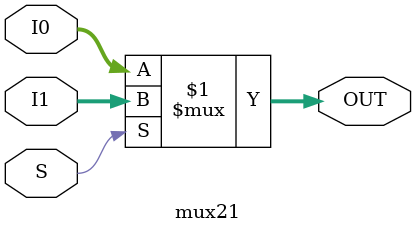
<source format=v>
module select8(
	output [7:0] S,
	output Cout,
	input [7:0] A,B,
	input Cin
	);
	wire C0,C1,CADD1,CADD2,CADD3;
	wire [3:0] S0,S1,A_1,B_1,A_2,B_2,SL,SH;
	assign C0 = 1'b0;
	assign C1 = 1'b1;
	assign A_1={A[3],A[2],A[1],A[0]};
	assign B_1={B[3],B[2],B[1],B[0]};
	assign A_2={A[7],A[6],A[5],A[4]};
	assign B_2={B[7],B[6],B[5],B[4]};

	cla4 ADD1(SL,CADD1,A_1,B_1,Cin);
	cla4 ADD2(S0,CADD2,A_2,B_2,C0);
	cla4 ADD3(S1,CADD3,A_2,B_2,C1);
	mux21 MUX(S0,S1,CADD1,SH);

	assign S = {SH,SL};
	assign Cout = CADD1?CADD3:CADD2;
	endmodule

module cla4(
    output [3:0] S,
    output Cout,
    input [3:0] A,B,
    input Cin
    );
    wire [3:0] G,P,C;
    assign G = A & B; 
    assign P = A ^ B; 
    assign C[0] = Cin;
    assign C[1] = G[0] | (P[0] & C[0]);
    assign C[2] = G[1] | (P[1] & G[0]) | (P[1] & P[0] & C[0]);
    assign C[3] = G[2] | (P[2] & G[1]) | (P[2] & P[1] & G[0]) |             (P[2] & P[1] & P[0] & C[0]);
    assign Cout = G[3] | (P[3] & G[2]) | (P[3] & P[2] & G[1]) | (P[3] & P[2] & P[1] & G[0]) |(P[3] & P[2] & P[1] & P[0] & C[0]);
    assign S = P ^ C;
endmodule

module mux21(I0,I1,S,OUT);
input[3:0]I0,I1;
input S;
output[3:0]OUT;
assign OUT=S?I1:I0;
endmodule

</source>
